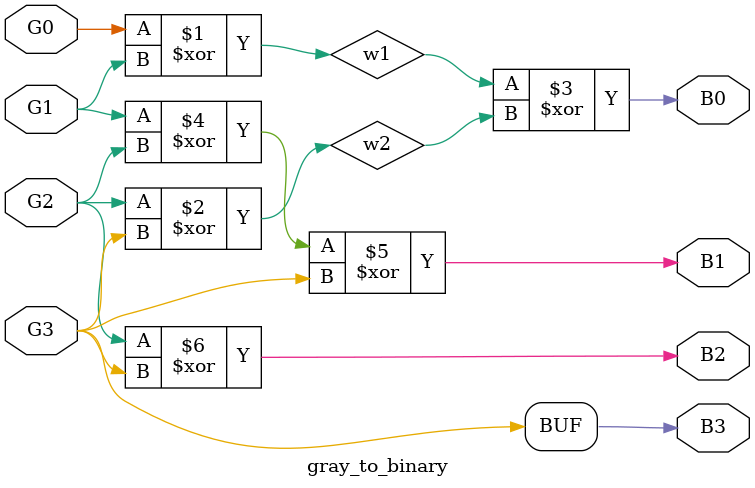
<source format=sv>
`timescale 1ns/1ps
module gray_to_binary(G3,G2,G1,G0,B3,B2,B1,B0);
    input G3,G2,G1,G0;
    output B3,B2,B1,B0;
    wire w1,w2;
    xor x1(w1,G0,G1);
    xor x3(w2,G2,G3);
    xor x2(B0,w1,w2);
    xor x4(B1,G1,G2,G3);
    xor x5(B2,G2,G3);
    and a1(B3,G3,G3);
endmodule
</source>
